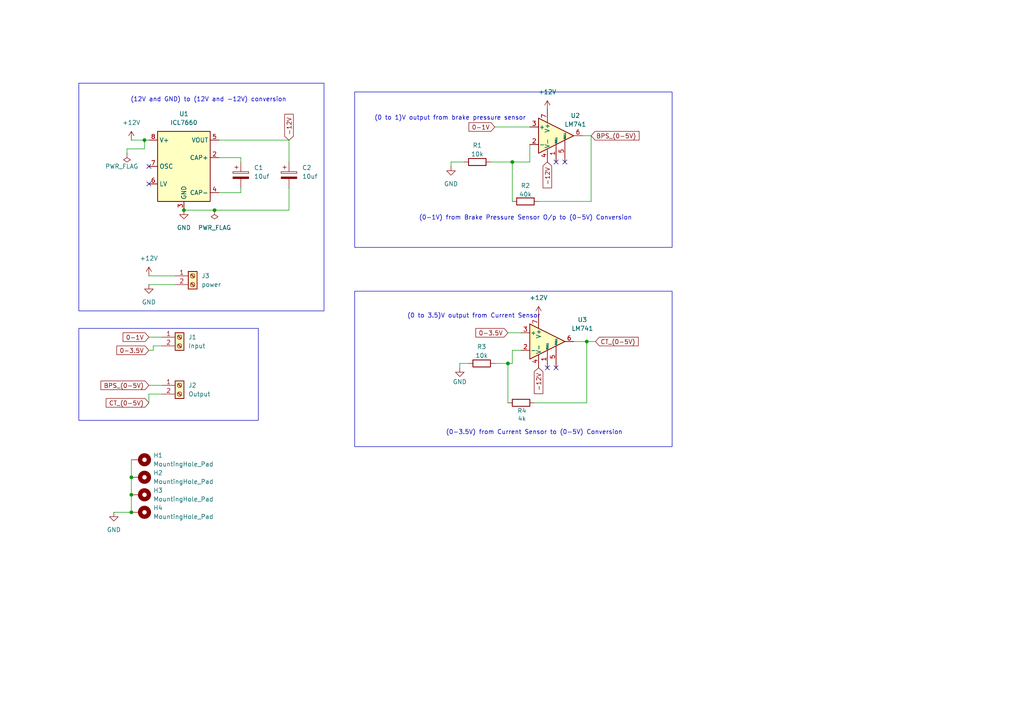
<source format=kicad_sch>
(kicad_sch (version 20231120) (generator "eeschema") (generator_version "8.0")
  (paper "A4")
  (lib_symbols
    (symbol "Amplifier_Operational:LM741" (pin_names (offset 0.127))
      (property "Reference" "U" (at 0 6.35 0))
      (property "Value" "LM741" (at 0 3.81 0))
      (symbol "LM741_0_1"
        (polyline (pts (xy -5.08 5.08) (xy 5.08 0) (xy -5.08 -5.08) (xy -5.08 5.08)) (stroke (width 0.254)) (fill (type background)))
      )
      (symbol "LM741_1_1"
        (pin input line (at 0 -7.62 90) (length 5.08) (name "NULL") (number "1"))
        (pin input line (at -7.62 -2.54 0) (length 2.54) (name "-") (number "2"))
        (pin input line (at -7.62 2.54 0) (length 2.54) (name "+") (number "3"))
        (pin power_in line (at -2.54 -7.62 90) (length 3.81) (name "V-") (number "4"))
        (pin input line (at 2.54 -7.62 90) (length 6.35) (name "NULL") (number "5"))
        (pin output line (at 7.62 0 180) (length 2.54) (name "~") (number "6"))
        (pin power_in line (at -2.54 7.62 270) (length 3.81) (name "V+") (number "7"))
        (pin no_connect line (at 0 2.54 270) (length 2.54) hide (name "NC") (number "8"))
      )
    )
    (symbol "Connector:Screw_Terminal_01x02" (pin_names (offset 1.016) hide)
      (property "Reference" "J" (at 0 2.54 0))
      (property "Value" "Screw_Terminal_01x02" (at 0 -5.08 0))
      (symbol "Screw_Terminal_01x02_1_1"
        (rectangle (start -1.27 1.27) (end 1.27 -3.81) (stroke (width 0.254)) (fill (type background)))
        (circle (center 0 -2.54) (radius 0.635) (stroke (width 0.1524)))
        (polyline (pts (xy -0.5334 -2.2098) (xy 0.3302 -3.048)) (stroke (width 0.1524)))
        (polyline (pts (xy -0.5334 0.3302) (xy 0.3302 -0.508)) (stroke (width 0.1524)))
        (polyline (pts (xy -0.3556 -2.032) (xy 0.508 -2.8702)) (stroke (width 0.1524)))
        (polyline (pts (xy -0.3556 0.508) (xy 0.508 -0.3302)) (stroke (width 0.1524)))
        (circle (center 0 0) (radius 0.635) (stroke (width 0.1524)))
        (pin passive line (at -5.08 0 0) (length 3.81) (name "Pin_1") (number "1"))
        (pin passive line (at -5.08 -2.54 0) (length 3.81) (name "Pin_2") (number "2"))
      )
    )
    (symbol "Device:C_Polarized" (pin_numbers hide) (pin_names (offset 0.254))
      (property "Reference" "C" (at 0.635 2.54 0))
      (property "Value" "C_Polarized" (at 0.635 -2.54 0))
      (symbol "C_Polarized_0_1"
        (rectangle (start -2.286 0.508) (end 2.286 1.016))
        (polyline (pts (xy -1.778 2.286) (xy -0.762 2.286)))
        (polyline (pts (xy -1.27 2.794) (xy -1.27 1.778)))
        (rectangle (start 2.286 -0.508) (end -2.286 -1.016) (fill (type outline)))
      )
      (symbol "C_Polarized_1_1"
        (pin passive line (at 0 3.81 270) (length 2.794) (name "~") (number "1"))
        (pin passive line (at 0 -3.81 90) (length 2.794) (name "~") (number "2"))
      )
    )
    (symbol "Device:R" (pin_numbers hide) (pin_names (offset 0))
      (property "Reference" "R" (at 2.032 0 90))
      (property "Value" "R" (at 0 0 90))
      (symbol "R_0_1"
        (rectangle (start -1.016 -2.54) (end 1.016 2.54) (stroke (width 0.254)))
      )
      (symbol "R_1_1"
        (pin passive line (at 0 3.81 270) (length 1.27) (name "~") (number "1"))
        (pin passive line (at 0 -3.81 90) (length 1.27) (name "~") (number "2"))
      )
    )
    (symbol "Mechanical:MountingHole_Pad" (pin_numbers hide) (pin_names (offset 1.016) hide) (exclude_from_sim yes) (in_bom no)
      (property "Reference" "H" (at 0 6.35 0))
      (property "Value" "MountingHole_Pad" (at 0 4.445 0))
      (symbol "MountingHole_Pad_0_1"
        (circle (center 0 1.27) (radius 1.27) (stroke (width 1.27)))
      )
      (symbol "MountingHole_Pad_1_1"
        (pin input line (at 0 -2.54 90) (length 2.54) (name "1") (number "1"))
      )
    )
    (symbol "Regulator_SwitchedCapacitor:ICL7660"
      (property "Reference" "U" (at -6.35 11.43 0))
      (property "Value" "ICL7660" (at 3.81 11.43 0))
      (symbol "ICL7660_0_1"
        (rectangle (start -7.62 10.16) (end 7.62 -10.16) (stroke (width 0.254)) (fill (type background)))
      )
      (symbol "ICL7660_1_1"
        (pin no_connect line (at -7.62 5.08 0) (length 2.54) hide (name "NC") (number "1"))
        (pin input line (at 10.16 2.54 180) (length 2.54) (name "CAP+") (number "2"))
        (pin power_in line (at 0 -12.7 90) (length 2.54) (name "GND") (number "3"))
        (pin input line (at 10.16 -7.62 180) (length 2.54) (name "CAP-") (number "4"))
        (pin power_out line (at 10.16 7.62 180) (length 2.54) (name "VOUT") (number "5"))
        (pin input line (at -10.16 -5.08 0) (length 2.54) (name "LV") (number "6"))
        (pin input line (at -10.16 0 0) (length 2.54) (name "OSC") (number "7"))
        (pin power_in line (at -10.16 7.62 0) (length 2.54) (name "V+") (number "8"))
      )
    )
    (symbol "power:+12V" (power) (pin_numbers hide) (pin_names (offset 0) hide)
      (property "Value" "+12V" (at 0 3.556 0))
      (symbol "+12V_0_1"
        (polyline (pts (xy -0.762 1.27) (xy 0 2.54)))
        (polyline (pts (xy 0 0) (xy 0 2.54)))
        (polyline (pts (xy 0 2.54) (xy 0.762 1.27)))
      )
      (symbol "+12V_1_1"
        (pin power_in line (at 0 0 90) (length 0) (name "~") (number "1"))
      )
    )
    (symbol "power:GND" (power) (pin_numbers hide) (pin_names (offset 0) hide)
      (property "Value" "GND" (at 0 -3.81 0))
      (symbol "GND_0_1"
        (polyline (pts (xy 0 0) (xy 0 -1.27) (xy 1.27 -1.27) (xy 0 -2.54) (xy -1.27 -1.27) (xy 0 -1.27)))
      )
      (symbol "GND_1_1"
        (pin power_in line (at 0 0 270) (length 0) (name "~") (number "1"))
      )
    )
    (symbol "power:PWR_FLAG" (power) (pin_numbers hide) (pin_names (offset 0) hide)
      (property "Value" "PWR_FLAG" (at 0 3.81 0))
      (symbol "PWR_FLAG_0_0"
        (pin power_out line (at 0 0 90) (length 0) (name "~") (number "1"))
      )
      (symbol "PWR_FLAG_0_1"
        (polyline (pts (xy 0 0) (xy 0 1.27) (xy -1.016 1.905) (xy 0 2.54) (xy 1.016 1.905) (xy 0 1.27)))
      )
    )
  )
  (junction (at 41.91 40.64))
  (junction (at 62.23 60.96))
  (junction (at 38.1 148.59))
  (junction (at 170.18 99.06))
  (junction (at 148.59 46.99))
  (junction (at 53.34 60.96))
  (junction (at 38.1 138.43))
  (junction (at 147.32 105.41))
  (junction (at 38.1 143.51))
  (no_connect (at 43.18 53.34))
  (no_connect (at 163.83 46.99))
  (no_connect (at 161.29 46.99))
  (no_connect (at 43.18 48.26))
  (no_connect (at 161.29 106.68))
  (no_connect (at 158.75 106.68))
  (wire (pts (xy 171.45 58.42) (xy 171.45 39.37)))
  (wire (pts (xy 36.83 44.45) (xy 36.83 43.18)))
  (wire (pts (xy 38.1 138.43) (xy 38.1 143.51)))
  (wire (pts (xy 142.24 46.99) (xy 148.59 46.99)))
  (wire (pts (xy 133.35 105.41) (xy 133.35 106.68)))
  (wire (pts (xy 44.45 100.33) (xy 46.99 100.33)))
  (wire (pts (xy 69.85 46.99) (xy 69.85 45.72)))
  (wire (pts (xy 43.18 111.76) (xy 46.99 111.76)))
  (wire (pts (xy 135.89 105.41) (xy 133.35 105.41)))
  (wire (pts (xy 33.02 148.59) (xy 38.1 148.59)))
  (wire (pts (xy 38.1 40.64) (xy 41.91 40.64)))
  (wire (pts (xy 153.67 46.99) (xy 153.67 41.91)))
  (wire (pts (xy 83.82 40.64) (xy 83.82 46.99)))
  (wire (pts (xy 130.81 46.99) (xy 130.81 48.26)))
  (wire (pts (xy 69.85 54.61) (xy 69.85 55.88)))
  (wire (pts (xy 63.5 55.88) (xy 69.85 55.88)))
  (wire (pts (xy 171.45 39.37) (xy 168.91 39.37)))
  (wire (pts (xy 43.18 97.79) (xy 46.99 97.79)))
  (wire (pts (xy 148.59 46.99) (xy 153.67 46.99)))
  (wire (pts (xy 41.91 43.18) (xy 41.91 40.64)))
  (wire (pts (xy 36.83 43.18) (xy 41.91 43.18)))
  (wire (pts (xy 143.51 36.83) (xy 153.67 36.83)))
  (wire (pts (xy 148.59 101.6) (xy 151.13 101.6)))
  (wire (pts (xy 69.85 45.72) (xy 63.5 45.72)))
  (wire (pts (xy 156.21 58.42) (xy 171.45 58.42)))
  (wire (pts (xy 170.18 99.06) (xy 172.72 99.06)))
  (wire (pts (xy 63.5 40.64) (xy 83.82 40.64)))
  (wire (pts (xy 143.51 105.41) (xy 147.32 105.41)))
  (wire (pts (xy 147.32 96.52) (xy 151.13 96.52)))
  (wire (pts (xy 147.32 105.41) (xy 147.32 116.84)))
  (wire (pts (xy 46.99 114.3) (xy 43.18 114.3)))
  (wire (pts (xy 44.45 101.6) (xy 44.45 100.33)))
  (wire (pts (xy 134.62 46.99) (xy 130.81 46.99)))
  (wire (pts (xy 43.18 114.3) (xy 43.18 116.84)))
  (wire (pts (xy 43.18 101.6) (xy 44.45 101.6)))
  (wire (pts (xy 83.82 54.61) (xy 83.82 60.96)))
  (wire (pts (xy 43.18 80.01) (xy 50.8 80.01)))
  (wire (pts (xy 43.18 82.55) (xy 50.8 82.55)))
  (wire (pts (xy 83.82 60.96) (xy 62.23 60.96)))
  (wire (pts (xy 62.23 60.96) (xy 53.34 60.96)))
  (wire (pts (xy 41.91 40.64) (xy 43.18 40.64)))
  (wire (pts (xy 170.18 116.84) (xy 170.18 99.06)))
  (wire (pts (xy 154.94 116.84) (xy 170.18 116.84)))
  (wire (pts (xy 148.59 46.99) (xy 148.59 58.42)))
  (wire (pts (xy 148.59 105.41) (xy 148.59 101.6)))
  (wire (pts (xy 38.1 133.35) (xy 38.1 138.43)))
  (wire (pts (xy 170.18 99.06) (xy 166.37 99.06)))
  (wire (pts (xy 38.1 143.51) (xy 38.1 148.59)))
  (wire (pts (xy 147.32 105.41) (xy 148.59 105.41)))
  (rectangle (start 22.86 95.25) (end 74.93 121.92))
  (rectangle (start 102.87 26.67) (end 194.945 71.755))
  (rectangle (start 102.87 84.455) (end 194.945 129.54))
  (rectangle (start 22.86 24.13) (end 93.98 90.17))
  (text "(0-3.5V) from Current Sensor to (0-5V) Conversion\n" (at 154.94 125.476 0) (effects (font (size 1.27 1.27))))
  (text "(0 to 1)V output from brake pressure sensor" (at 130.556 34.29 0) (effects (font (size 1.27 1.27))))
  (text "(0 to 3.5)V output from Current Sensor\n" (at 137.414 91.694 0) (effects (font (size 1.27 1.27))))
  (text "(0-1V) from Brake Pressure Sensor O/p to (0-5V) Conversion\n" (at 152.4 63.246 0) (effects (font (size 1.27 1.27))))
  (text "(12V and GND) to (12V and -12V) conversion" (at 60.452 28.956 0) (effects (font (size 1.27 1.27))))
  (global_label "0-3.5V" (shape input) (at 147.32 96.52 180) (property "Intersheetrefs" "${INTERSHEET_REFS}" (effects (hide yes))))
  (global_label "0-3.5V" (shape input) (at 43.18 101.6 180) (property "Intersheetrefs" "${INTERSHEET_REFS}" (effects (hide yes))))
  (global_label "CT_(0-5V)" (shape input) (at 172.72 99.06 0) (property "Intersheetrefs" "${INTERSHEET_REFS}" (effects (hide yes))))
  (global_label "0-1V" (shape input) (at 43.18 97.79 180) (property "Intersheetrefs" "${INTERSHEET_REFS}" (effects (hide yes))))
  (global_label "BPS_(0-5V)" (shape input) (at 171.45 39.37 0) (property "Intersheetrefs" "${INTERSHEET_REFS}" (effects (hide yes))))
  (global_label "-12V" (shape input) (at 158.75 46.99 270) (property "Intersheetrefs" "${INTERSHEET_REFS}" (effects (hide yes))))
  (global_label "-12V" (shape input) (at 83.82 40.64 90) (property "Intersheetrefs" "${INTERSHEET_REFS}" (effects (hide yes))))
  (global_label "BPS_(0-5V)" (shape input) (at 43.18 111.76 180) (property "Intersheetrefs" "${INTERSHEET_REFS}" (effects (hide yes))))
  (global_label "0-1V" (shape input) (at 143.51 36.83 180) (property "Intersheetrefs" "${INTERSHEET_REFS}" (effects (hide yes))))
  (global_label "-12V" (shape input) (at 156.21 106.68 270) (property "Intersheetrefs" "${INTERSHEET_REFS}" (effects (hide yes))))
  (global_label "CT_(0-5V)" (shape input) (at 43.18 116.84 180) (property "Intersheetrefs" "${INTERSHEET_REFS}" (effects (hide yes))))
  (symbol (lib_id "Connector:Screw_Terminal_01x02") (at 52.07 97.79 0) (unit 1)
    (property "Reference" "J1" (at 54.61 97.7899 0) (effects (justify left)))
    (property "Value" "Input" (at 54.61 100.3299 0) (effects (justify left)))
    (property "Footprint" "Connector_PinHeader_2.54mm:PinHeader_1x02_P2.54mm_Vertical" (effects (hide yes)))
    (property "Description" "Generic screw terminal, single row, 01x02, script generated (kicad-library-utils/schlib/autogen/connector/)" (effects (hide yes)))
  )
  (symbol (lib_id "Connector:Screw_Terminal_01x02") (at 52.07 111.76 0) (unit 1)
    (property "Reference" "J2" (at 54.61 111.7599 0) (effects (justify left)))
    (property "Value" "Output" (at 54.61 114.2999 0) (effects (justify left)))
    (property "Footprint" "Connector_PinHeader_2.54mm:PinHeader_1x02_P2.54mm_Vertical" (effects (hide yes)))
    (property "Description" "Generic screw terminal, single row, 01x02, script generated (kicad-library-utils/schlib/autogen/connector/)" (effects (hide yes)))
  )
  (symbol (lib_id "Mechanical:MountingHole_Pad") (at 40.64 143.51 270) (unit 1) (exclude_from_sim yes) (in_bom no)
    (property "Reference" "H3" (at 44.45 142.2399 90) (effects (justify left)))
    (property "Value" "MountingHole_Pad" (at 44.45 144.7799 90) (effects (justify left)))
    (property "Footprint" "MountingHole:MountingHole_2.5mm_Pad" (effects (hide yes)))
    (property "Description" "Mounting Hole with connection" (effects (hide yes)))
  )
  (symbol (lib_id "power:+12V") (at 43.18 80.01 0) (unit 1)
    (property "Reference" "#PWR07" (effects (hide yes)))
    (property "Value" "+12V" (at 43.18 74.93 0))
    (property "Description" "Power symbol creates a global label with name \"+12V\"" (effects (hide yes)))
  )
  (symbol (lib_id "Mechanical:MountingHole_Pad") (at 40.64 138.43 270) (unit 1) (exclude_from_sim yes) (in_bom no)
    (property "Reference" "H2" (at 44.45 137.1599 90) (effects (justify left)))
    (property "Value" "MountingHole_Pad" (at 44.45 139.6999 90) (effects (justify left)))
    (property "Footprint" "MountingHole:MountingHole_2.5mm_Pad" (effects (hide yes)))
    (property "Description" "Mounting Hole with connection" (effects (hide yes)))
  )
  (symbol (lib_id "power:+12V") (at 38.1 40.64 0) (unit 1)
    (property "Reference" "#PWR02" (effects (hide yes)))
    (property "Value" "+12V" (at 38.1 35.56 0))
    (property "Description" "Power symbol creates a global label with name \"+12V\"" (effects (hide yes)))
  )
  (symbol (lib_id "Device:R") (at 152.4 58.42 90) (unit 1)
    (property "Reference" "R2" (at 152.4 53.848 90))
    (property "Value" "40k" (at 152.4 56.388 90))
    (property "Footprint" "Resistor_THT:R_Axial_DIN0207_L6.3mm_D2.5mm_P7.62mm_Horizontal" (effects (hide yes)))
    (property "Description" "Resistor" (effects (hide yes)))
  )
  (symbol (lib_id "Device:R") (at 139.7 105.41 270) (unit 1)
    (property "Reference" "R3" (at 139.7 100.584 90))
    (property "Value" "10k" (at 139.7 103.124 90))
    (property "Footprint" "Resistor_THT:R_Axial_DIN0207_L6.3mm_D2.5mm_P7.62mm_Horizontal" (effects (hide yes)))
    (property "Description" "Resistor" (effects (hide yes)))
  )
  (symbol (lib_id "Device:C_Polarized") (at 83.82 50.8 0) (unit 1)
    (property "Reference" "C2" (at 87.63 48.6409 0) (effects (justify left)))
    (property "Value" "10uf" (at 87.63 51.1809 0) (effects (justify left)))
    (property "Footprint" "Capacitor_THT:CP_Radial_D4.0mm_P1.50mm" (effects (hide yes)))
    (property "Description" "Polarized capacitor" (effects (hide yes)))
  )
  (symbol (lib_id "power:+12V") (at 158.75 31.75 0) (unit 1)
    (property "Reference" "#PWR03" (effects (hide yes)))
    (property "Value" "+12V" (at 158.75 26.67 0))
    (property "Description" "Power symbol creates a global label with name \"+12V\"" (effects (hide yes)))
  )
  (symbol (lib_id "Regulator_SwitchedCapacitor:ICL7660") (at 53.34 48.26 0) (unit 1)
    (property "Reference" "U1" (at 53.34 33.02 0))
    (property "Value" "ICL7660" (at 53.34 35.56 0))
    (property "Footprint" "Package_DIP:DIP-8_W7.62mm_Socket_LongPads" (effects (hide yes)))
    (property "Datasheet" "http://datasheets.maximintegrated.com/en/ds/ICL7660-MAX1044.pdf" (effects (hide yes)))
    (property "Description" "Switched-Capacitor Voltage Converter, 1.5V to 10.0V operating supply voltage, 10mA with a 0.5V output drop, SO-8/DIP-8/µMAX-8/TO-99" (effects (hide yes)))
  )
  (symbol (lib_id "Device:R") (at 138.43 46.99 270) (unit 1)
    (property "Reference" "R1" (at 138.43 42.164 90))
    (property "Value" "10k" (at 138.43 44.704 90))
    (property "Footprint" "Resistor_THT:R_Axial_DIN0207_L6.3mm_D2.5mm_P7.62mm_Horizontal" (effects (hide yes)))
    (property "Description" "Resistor" (effects (hide yes)))
  )
  (symbol (lib_id "power:GND") (at 33.02 148.59 0) (unit 1)
    (property "Reference" "#PWR09" (effects (hide yes)))
    (property "Value" "GND" (at 33.02 153.67 0))
    (property "Description" "Power symbol creates a global label with name \"GND\" , ground" (effects (hide yes)))
  )
  (symbol (lib_id "power:GND") (at 53.34 60.96 0) (unit 1)
    (property "Reference" "#PWR01" (effects (hide yes)))
    (property "Value" "GND" (at 53.34 66.04 0))
    (property "Description" "Power symbol creates a global label with name \"GND\" , ground" (effects (hide yes)))
  )
  (symbol (lib_id "Device:R") (at 151.13 116.84 90) (unit 1)
    (property "Reference" "R4" (at 151.384 119.126 90))
    (property "Value" "4k" (at 151.384 121.412 90))
    (property "Footprint" "Resistor_THT:R_Axial_DIN0207_L6.3mm_D2.5mm_P7.62mm_Horizontal" (effects (hide yes)))
    (property "Description" "Resistor" (effects (hide yes)))
  )
  (symbol (lib_id "Device:C_Polarized") (at 69.85 50.8 0) (unit 1)
    (property "Reference" "C1" (at 73.66 48.6409 0) (effects (justify left)))
    (property "Value" "10uf" (at 73.66 51.1809 0) (effects (justify left)))
    (property "Footprint" "Capacitor_THT:CP_Radial_D4.0mm_P1.50mm" (effects (hide yes)))
    (property "Description" "Polarized capacitor" (effects (hide yes)))
  )
  (symbol (lib_id "Connector:Screw_Terminal_01x02") (at 55.88 80.01 0) (unit 1)
    (property "Reference" "J3" (at 58.42 80.0099 0) (effects (justify left)))
    (property "Value" "power" (at 58.42 82.5499 0) (effects (justify left)))
    (property "Footprint" "Connector_PinHeader_2.54mm:PinHeader_1x02_P2.54mm_Vertical" (effects (hide yes)))
    (property "Description" "Generic screw terminal, single row, 01x02, script generated (kicad-library-utils/schlib/autogen/connector/)" (effects (hide yes)))
  )
  (symbol (lib_id "Amplifier_Operational:LM741") (at 158.75 99.06 0) (unit 1)
    (property "Reference" "U3" (at 168.91 92.7414 0))
    (property "Value" "LM741" (at 168.91 95.2814 0))
    (property "Footprint" "LM741CN_NOPB:DIP794W45P254L959H508Q8" (effects (hide yes)))
    (property "Datasheet" "http://www.ti.com/lit/ds/symlink/lm741.pdf" (effects (hide yes)))
    (property "Description" "Operational Amplifier, DIP-8/TO-99-8" (effects (hide yes)))
  )
  (symbol (lib_id "power:+12V") (at 156.21 91.44 0) (unit 1)
    (property "Reference" "#PWR04" (effects (hide yes)))
    (property "Value" "+12V" (at 156.21 86.36 0))
    (property "Description" "Power symbol creates a global label with name \"+12V\"" (effects (hide yes)))
  )
  (symbol (lib_id "power:GND") (at 133.35 106.68 0) (unit 1)
    (property "Reference" "#PWR06" (effects (hide yes)))
    (property "Value" "GND" (at 133.35 110.744 0))
    (property "Description" "Power symbol creates a global label with name \"GND\" , ground" (effects (hide yes)))
  )
  (symbol (lib_id "power:PWR_FLAG") (at 62.23 60.96 180) (unit 1)
    (property "Reference" "#FLG02" (effects (hide yes)))
    (property "Value" "PWR_FLAG" (at 62.23 66.04 0))
    (property "Description" "Special symbol for telling ERC where power comes from" (effects (hide yes)))
  )
  (symbol (lib_id "power:GND") (at 43.18 82.55 0) (unit 1)
    (property "Reference" "#PWR08" (effects (hide yes)))
    (property "Value" "GND" (at 43.18 87.63 0))
    (property "Description" "Power symbol creates a global label with name \"GND\" , ground" (effects (hide yes)))
  )
  (symbol (lib_id "Amplifier_Operational:LM741") (at 161.29 39.37 0) (unit 1)
    (property "Reference" "U2" (at 166.878 33.528 0))
    (property "Value" "LM741" (at 166.878 36.068 0))
    (property "Footprint" "LM741CN_NOPB:DIP794W45P254L959H508Q8" (effects (hide yes)))
    (property "Datasheet" "http://www.ti.com/lit/ds/symlink/lm741.pdf" (effects (hide yes)))
    (property "Description" "Operational Amplifier, DIP-8/TO-99-8" (effects (hide yes)))
  )
  (symbol (lib_id "power:GND") (at 130.81 48.26 0) (unit 1)
    (property "Reference" "#PWR05" (effects (hide yes)))
    (property "Value" "GND" (at 130.81 53.34 0))
    (property "Description" "Power symbol creates a global label with name \"GND\" , ground" (effects (hide yes)))
  )
  (symbol (lib_id "Mechanical:MountingHole_Pad") (at 40.64 148.59 270) (unit 1) (exclude_from_sim yes) (in_bom no)
    (property "Reference" "H4" (at 44.45 147.3199 90) (effects (justify left)))
    (property "Value" "MountingHole_Pad" (at 44.45 149.8599 90) (effects (justify left)))
    (property "Footprint" "MountingHole:MountingHole_2.5mm_Pad" (effects (hide yes)))
    (property "Description" "Mounting Hole with connection" (effects (hide yes)))
  )
  (symbol (lib_id "Mechanical:MountingHole_Pad") (at 40.64 133.35 270) (unit 1) (exclude_from_sim yes) (in_bom no)
    (property "Reference" "H1" (at 44.45 132.0799 90) (effects (justify left)))
    (property "Value" "MountingHole_Pad" (at 44.45 134.6199 90) (effects (justify left)))
    (property "Footprint" "MountingHole:MountingHole_2.5mm_Pad" (effects (hide yes)))
    (property "Description" "Mounting Hole with connection" (effects (hide yes)))
  )
  (symbol (lib_id "power:PWR_FLAG") (at 36.83 44.45 180) (unit 1)
    (property "Reference" "#FLG01" (effects (hide yes)))
    (property "Value" "PWR_FLAG" (at 35.306 48.26 0))
    (property "Description" "Special symbol for telling ERC where power comes from" (effects (hide yes)))
  )
)
</source>
